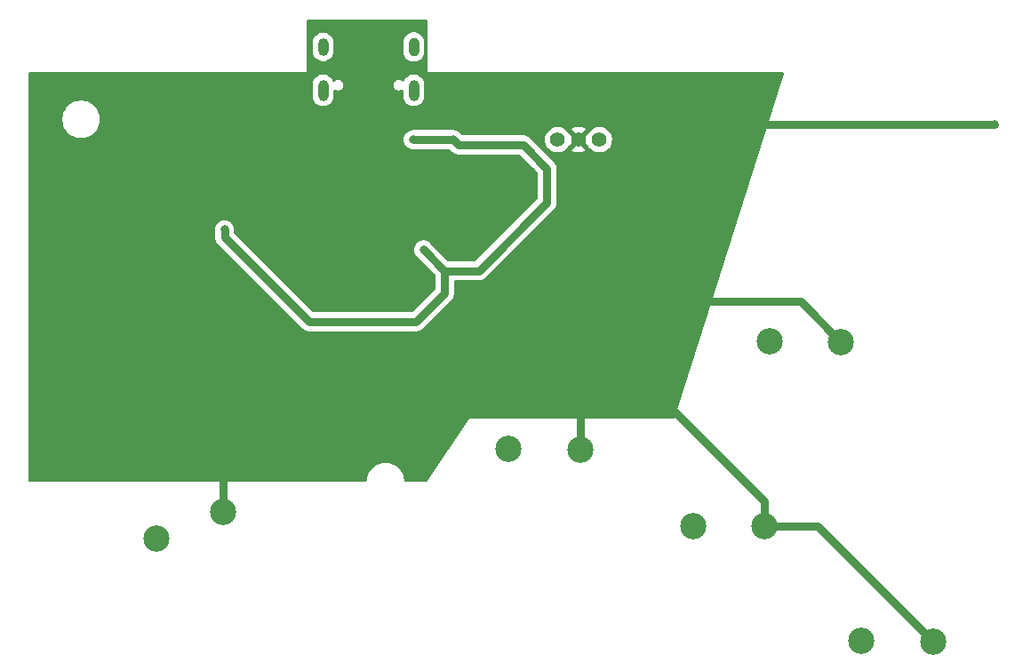
<source format=gbr>
%TF.GenerationSoftware,KiCad,Pcbnew,8.0.4*%
%TF.CreationDate,2024-07-23T17:45:02-07:00*%
%TF.ProjectId,2board_a,32626f61-7264-45f6-912e-6b696361645f,rev?*%
%TF.SameCoordinates,Original*%
%TF.FileFunction,Copper,L2,Bot*%
%TF.FilePolarity,Positive*%
%FSLAX46Y46*%
G04 Gerber Fmt 4.6, Leading zero omitted, Abs format (unit mm)*
G04 Created by KiCad (PCBNEW 8.0.4) date 2024-07-23 17:45:02*
%MOMM*%
%LPD*%
G01*
G04 APERTURE LIST*
%TA.AperFunction,ComponentPad*%
%ADD10C,0.600000*%
%TD*%
%TA.AperFunction,ComponentPad*%
%ADD11C,2.500000*%
%TD*%
%TA.AperFunction,ComponentPad*%
%ADD12O,1.000000X2.000000*%
%TD*%
%TA.AperFunction,ComponentPad*%
%ADD13O,1.000000X1.800000*%
%TD*%
%TA.AperFunction,ComponentPad*%
%ADD14O,1.000000X1.700000*%
%TD*%
%TA.AperFunction,ComponentPad*%
%ADD15C,1.400000*%
%TD*%
%TA.AperFunction,ViaPad*%
%ADD16C,0.800000*%
%TD*%
%TA.AperFunction,Conductor*%
%ADD17C,0.800000*%
%TD*%
G04 APERTURE END LIST*
D10*
%TO.P,,57,GND*%
%TO.N,GND*%
X140700000Y-36840000D03*
%TD*%
%TO.P,,57,GND*%
%TO.N,GND*%
X141716000Y-37856000D03*
%TD*%
%TO.P,,57,GND*%
%TO.N,GND*%
X140700000Y-35824000D03*
%TD*%
%TO.P,,57,GND*%
%TO.N,GND*%
X142732000Y-36840000D03*
%TD*%
D11*
%TO.P,SW8_DP1,1,1*%
%TO.N,L2*%
X113190000Y-69451696D03*
%TO.P,SW8_DP1,2,2*%
%TO.N,GND*%
X119540000Y-66911696D03*
%TD*%
D10*
%TO.P,,57,GND*%
%TO.N,GND*%
X142732000Y-35824000D03*
%TD*%
D11*
%TO.P,SW20_RIGHT1,1,1*%
%TO.N,RIGHT*%
X180355978Y-79195322D03*
%TO.P,SW20_RIGHT1,2,2*%
%TO.N,GND*%
X187194629Y-79278708D03*
%TD*%
%TO.P,SW19_LEFT1,1,1*%
%TO.N,LEFT*%
X146686902Y-60919565D03*
%TO.P,SW19_LEFT1,2,2*%
%TO.N,GND*%
X153525553Y-61002951D03*
%TD*%
D12*
%TO.P,J1,S1,SHIELD*%
%TO.N,Net-(J1-SHIELD)*%
X137700000Y-26745000D03*
D13*
X137700000Y-22605000D03*
D12*
X129060000Y-26745000D03*
D14*
X129060000Y-22605000D03*
%TD*%
D10*
%TO.P,,57,GND*%
%TO.N,GND*%
X142732000Y-37856000D03*
%TD*%
%TO.P,,57,GND*%
%TO.N,GND*%
X141716000Y-35824000D03*
%TD*%
%TO.P,,57,GND*%
%TO.N,GND*%
X141716000Y-36840000D03*
%TD*%
D11*
%TO.P,SW18_DOWN1,1,1*%
%TO.N,DOWN*%
X164286807Y-68209684D03*
%TO.P,SW18_DOWN1,2,2*%
%TO.N,GND*%
X171125458Y-68293070D03*
%TD*%
D15*
%TO.P,J2,1,Pin_1*%
%TO.N,/Main/SWCLK*%
X155380000Y-31430000D03*
%TO.P,J2,2,Pin_2*%
%TO.N,GND*%
X153380000Y-31430000D03*
%TO.P,J2,3,Pin_3*%
%TO.N,/Main/SWDIO*%
X151380000Y-31430000D03*
%TD*%
D11*
%TO.P,SW17_W1,1,1*%
%TO.N,W*%
X171576926Y-50609779D03*
%TO.P,SW17_W1,2,2*%
%TO.N,GND*%
X178415577Y-50693165D03*
%TD*%
D10*
%TO.P,,57,GND*%
%TO.N,GND*%
X140700000Y-37856000D03*
%TD*%
D16*
%TO.N,GND*%
X148880000Y-34430000D03*
X155813000Y-35189000D03*
X141630000Y-28930000D03*
X135880000Y-30930000D03*
X193000000Y-30000000D03*
X111880000Y-39930000D03*
X119745000Y-29220000D03*
X133778500Y-41602500D03*
X125968000Y-39761000D03*
X128880000Y-33930000D03*
X127873000Y-31252000D03*
X146380000Y-43430000D03*
X138668000Y-45222000D03*
X146669000Y-38364000D03*
%TO.N,+3.3V*%
X143880000Y-43930000D03*
X150380000Y-34180000D03*
X119672000Y-40015000D03*
X137630000Y-31430000D03*
X141480000Y-31430000D03*
X138630000Y-41930000D03*
%TD*%
D17*
%TO.N,GND*%
X119540000Y-63210000D02*
X119750000Y-63000000D01*
X153525553Y-61002951D02*
X153525553Y-54224447D01*
X119540000Y-66911696D02*
X119540000Y-63210000D01*
X193000000Y-30000000D02*
X170000000Y-30000000D01*
X153525553Y-54224447D02*
X153750000Y-54000000D01*
X178415577Y-50693165D02*
X174522412Y-46800000D01*
X187194629Y-79278708D02*
X176208991Y-68293070D01*
X171125458Y-68293070D02*
X171125458Y-65875458D01*
X171125458Y-65875458D02*
X159250000Y-54000000D01*
X174522412Y-46800000D02*
X165200000Y-46800000D01*
X176208991Y-68293070D02*
X171125458Y-68293070D01*
%TO.N,+3.3V*%
X119672000Y-40704000D02*
X127746000Y-48778000D01*
X150380000Y-34180000D02*
X150380000Y-37430000D01*
X140630000Y-43930000D02*
X138630000Y-41930000D01*
X143880000Y-43930000D02*
X140630000Y-43930000D01*
X119672000Y-40015000D02*
X119672000Y-40704000D01*
X127746000Y-48778000D02*
X137906000Y-48778000D01*
X141980000Y-31930000D02*
X148130000Y-31930000D01*
X137906000Y-48778000D02*
X140630000Y-46054000D01*
X141480000Y-31430000D02*
X141980000Y-31930000D01*
X150380000Y-37430000D02*
X143880000Y-43930000D01*
X141480000Y-31430000D02*
X137630000Y-31430000D01*
X148130000Y-31930000D02*
X150380000Y-34180000D01*
X140630000Y-46054000D02*
X140630000Y-43930000D01*
%TD*%
%TA.AperFunction,Conductor*%
%TO.N,GND*%
G36*
X138943039Y-20019685D02*
G01*
X138988794Y-20072489D01*
X139000000Y-20124000D01*
X139000000Y-25000000D01*
X172830420Y-25000000D01*
X172897459Y-25019685D01*
X172943214Y-25072489D01*
X172953158Y-25141647D01*
X172948583Y-25161594D01*
X165147750Y-49678499D01*
X162527492Y-57913597D01*
X162488407Y-57971512D01*
X162424216Y-57999103D01*
X162409329Y-58000000D01*
X143000000Y-58000000D01*
X139036811Y-63944783D01*
X138983246Y-63989644D01*
X138933637Y-64000000D01*
X136904288Y-64000000D01*
X136837249Y-63980315D01*
X136791494Y-63927511D01*
X136781351Y-63887281D01*
X136781030Y-63887324D01*
X136780667Y-63884569D01*
X136780554Y-63884120D01*
X136780500Y-63883299D01*
X136763973Y-63757763D01*
X136750035Y-63651896D01*
X136689626Y-63426449D01*
X136600308Y-63210815D01*
X136600306Y-63210812D01*
X136600304Y-63210807D01*
X136483612Y-63008692D01*
X136483608Y-63008685D01*
X136341523Y-62823516D01*
X136341518Y-62823510D01*
X136176489Y-62658481D01*
X136176482Y-62658475D01*
X135991323Y-62516398D01*
X135991321Y-62516396D01*
X135991315Y-62516392D01*
X135991310Y-62516389D01*
X135991307Y-62516387D01*
X135789192Y-62399695D01*
X135789181Y-62399690D01*
X135573555Y-62310375D01*
X135348100Y-62249964D01*
X135116709Y-62219501D01*
X135116706Y-62219500D01*
X135116700Y-62219500D01*
X134883300Y-62219500D01*
X134883294Y-62219500D01*
X134883290Y-62219501D01*
X134651899Y-62249964D01*
X134426444Y-62310375D01*
X134210818Y-62399690D01*
X134210807Y-62399695D01*
X134008692Y-62516387D01*
X134008676Y-62516398D01*
X133823517Y-62658475D01*
X133823510Y-62658481D01*
X133658481Y-62823510D01*
X133658475Y-62823517D01*
X133516398Y-63008676D01*
X133516387Y-63008692D01*
X133399695Y-63210807D01*
X133399690Y-63210818D01*
X133310375Y-63426444D01*
X133249964Y-63651899D01*
X133219499Y-63883299D01*
X133219446Y-63884120D01*
X133219361Y-63884350D01*
X133218970Y-63887324D01*
X133218304Y-63887236D01*
X133195414Y-63949727D01*
X133139727Y-63991925D01*
X133095712Y-64000000D01*
X101124000Y-64000000D01*
X101056961Y-63980315D01*
X101011206Y-63927511D01*
X101000000Y-63876000D01*
X101000000Y-40014999D01*
X118766540Y-40014999D01*
X118770821Y-40055731D01*
X118771500Y-40068692D01*
X118771500Y-40792696D01*
X118806103Y-40966658D01*
X118806105Y-40966666D01*
X118832132Y-41029500D01*
X118873987Y-41130548D01*
X118873989Y-41130551D01*
X118884208Y-41145844D01*
X118884210Y-41145847D01*
X118884212Y-41145849D01*
X118940795Y-41230532D01*
X118972537Y-41278038D01*
X118972538Y-41278039D01*
X127046536Y-49352035D01*
X127110299Y-49415798D01*
X127171966Y-49477465D01*
X127319446Y-49576009D01*
X127319459Y-49576016D01*
X127427874Y-49620922D01*
X127483334Y-49643894D01*
X127525935Y-49652368D01*
X127657305Y-49678500D01*
X127657308Y-49678500D01*
X137994693Y-49678500D01*
X137994694Y-49678499D01*
X138168666Y-49643895D01*
X138250606Y-49609953D01*
X138332547Y-49576013D01*
X138332549Y-49576011D01*
X138332552Y-49576010D01*
X138420955Y-49516939D01*
X138420955Y-49516938D01*
X138420959Y-49516936D01*
X138480036Y-49477464D01*
X141329464Y-46628035D01*
X141428013Y-46480547D01*
X141447895Y-46432547D01*
X141495895Y-46316666D01*
X141530500Y-46142692D01*
X141530500Y-45965308D01*
X141530500Y-44954500D01*
X141550185Y-44887461D01*
X141602989Y-44841706D01*
X141654500Y-44830500D01*
X143974645Y-44830500D01*
X143974646Y-44830500D01*
X144060699Y-44812208D01*
X144062134Y-44811912D01*
X144142666Y-44795895D01*
X144142671Y-44795893D01*
X144148495Y-44794127D01*
X144148628Y-44794568D01*
X144159319Y-44791247D01*
X144159509Y-44791206D01*
X144159803Y-44791144D01*
X144234057Y-44758082D01*
X144236955Y-44756837D01*
X144306547Y-44728013D01*
X144307633Y-44727287D01*
X144326095Y-44717104D01*
X144332730Y-44714151D01*
X144393039Y-44670333D01*
X144396966Y-44667595D01*
X144454036Y-44629464D01*
X144459735Y-44623763D01*
X144474533Y-44611124D01*
X144485871Y-44602888D01*
X144531265Y-44552471D01*
X144535697Y-44547801D01*
X151079464Y-38004036D01*
X151118936Y-37944959D01*
X151178013Y-37856547D01*
X151211953Y-37774606D01*
X151245895Y-37692666D01*
X151280500Y-37518692D01*
X151280500Y-37341308D01*
X151280500Y-34233692D01*
X151281179Y-34220731D01*
X151285460Y-34180000D01*
X151281179Y-34139266D01*
X151280500Y-34126306D01*
X151280500Y-34091309D01*
X151272360Y-34050393D01*
X151270656Y-34039156D01*
X151265674Y-33991744D01*
X151255095Y-33959189D01*
X151251412Y-33945075D01*
X151245895Y-33917334D01*
X151227350Y-33872563D01*
X151223986Y-33863442D01*
X151207180Y-33811718D01*
X151207179Y-33811716D01*
X151193426Y-33787896D01*
X151186257Y-33773359D01*
X151180341Y-33759075D01*
X151178695Y-33754474D01*
X151178013Y-33753453D01*
X151147368Y-33707591D01*
X151143088Y-33700708D01*
X151112531Y-33647781D01*
X151112530Y-33647780D01*
X151098637Y-33632350D01*
X151087684Y-33618268D01*
X151079464Y-33605965D01*
X151035724Y-33562225D01*
X151031255Y-33557516D01*
X150985872Y-33507113D01*
X150985871Y-33507112D01*
X150974525Y-33498869D01*
X150959734Y-33486235D01*
X150954035Y-33480536D01*
X148903500Y-31429999D01*
X150174357Y-31429999D01*
X150174357Y-31430000D01*
X150194884Y-31651535D01*
X150194885Y-31651537D01*
X150255769Y-31865523D01*
X150255775Y-31865538D01*
X150354938Y-32064683D01*
X150354943Y-32064691D01*
X150489020Y-32242238D01*
X150653437Y-32392123D01*
X150653439Y-32392125D01*
X150842595Y-32509245D01*
X150842596Y-32509245D01*
X150842599Y-32509247D01*
X151050060Y-32589618D01*
X151268757Y-32630500D01*
X151268759Y-32630500D01*
X151491241Y-32630500D01*
X151491243Y-32630500D01*
X151709940Y-32589618D01*
X151917401Y-32509247D01*
X152034280Y-32436879D01*
X152726672Y-32436879D01*
X152726672Y-32436880D01*
X152842821Y-32508797D01*
X152842822Y-32508798D01*
X153050195Y-32589134D01*
X153268807Y-32630000D01*
X153491193Y-32630000D01*
X153709809Y-32589133D01*
X153917168Y-32508801D01*
X153917181Y-32508795D01*
X154033326Y-32436879D01*
X153380001Y-31783553D01*
X153380000Y-31783553D01*
X152726672Y-32436879D01*
X152034280Y-32436879D01*
X152106562Y-32392124D01*
X152270981Y-32242236D01*
X152405058Y-32064689D01*
X152409232Y-32056305D01*
X152432553Y-32023892D01*
X153026447Y-31430000D01*
X152980369Y-31383922D01*
X153030000Y-31383922D01*
X153030000Y-31476078D01*
X153053852Y-31565095D01*
X153099930Y-31644905D01*
X153165095Y-31710070D01*
X153244905Y-31756148D01*
X153333922Y-31780000D01*
X153426078Y-31780000D01*
X153515095Y-31756148D01*
X153594905Y-31710070D01*
X153660070Y-31644905D01*
X153706148Y-31565095D01*
X153730000Y-31476078D01*
X153730000Y-31429999D01*
X153733553Y-31429999D01*
X153733553Y-31430000D01*
X154327447Y-32023894D01*
X154350765Y-32056301D01*
X154354942Y-32064689D01*
X154489020Y-32242238D01*
X154653437Y-32392123D01*
X154653439Y-32392125D01*
X154842595Y-32509245D01*
X154842596Y-32509245D01*
X154842599Y-32509247D01*
X155050060Y-32589618D01*
X155268757Y-32630500D01*
X155268759Y-32630500D01*
X155491241Y-32630500D01*
X155491243Y-32630500D01*
X155709940Y-32589618D01*
X155917401Y-32509247D01*
X156106562Y-32392124D01*
X156270981Y-32242236D01*
X156405058Y-32064689D01*
X156504229Y-31865528D01*
X156565115Y-31651536D01*
X156585643Y-31430000D01*
X156572593Y-31289171D01*
X156565115Y-31208464D01*
X156565114Y-31208462D01*
X156563341Y-31202231D01*
X156504229Y-30994472D01*
X156504224Y-30994461D01*
X156405061Y-30795316D01*
X156405056Y-30795308D01*
X156270979Y-30617761D01*
X156106562Y-30467876D01*
X156106560Y-30467874D01*
X155917404Y-30350754D01*
X155917398Y-30350752D01*
X155709940Y-30270382D01*
X155491243Y-30229500D01*
X155268757Y-30229500D01*
X155050060Y-30270382D01*
X154918864Y-30321207D01*
X154842601Y-30350752D01*
X154842595Y-30350754D01*
X154653439Y-30467874D01*
X154653437Y-30467876D01*
X154489019Y-30617762D01*
X154489017Y-30617765D01*
X154354943Y-30795309D01*
X154354940Y-30795313D01*
X154350763Y-30803702D01*
X154327448Y-30836103D01*
X153733553Y-31429999D01*
X153730000Y-31429999D01*
X153730000Y-31383922D01*
X153706148Y-31294905D01*
X153660070Y-31215095D01*
X153594905Y-31149930D01*
X153515095Y-31103852D01*
X153426078Y-31080000D01*
X153333922Y-31080000D01*
X153244905Y-31103852D01*
X153165095Y-31149930D01*
X153099930Y-31215095D01*
X153053852Y-31294905D01*
X153030000Y-31383922D01*
X152980369Y-31383922D01*
X152432553Y-30836106D01*
X152409233Y-30803695D01*
X152405060Y-30795315D01*
X152405056Y-30795308D01*
X152270979Y-30617761D01*
X152106562Y-30467876D01*
X152106560Y-30467874D01*
X152034278Y-30423119D01*
X152726671Y-30423119D01*
X153380000Y-31076447D01*
X153380001Y-31076447D01*
X154033327Y-30423119D01*
X153917178Y-30351202D01*
X153917177Y-30351201D01*
X153709804Y-30270865D01*
X153491193Y-30230000D01*
X153268807Y-30230000D01*
X153050195Y-30270865D01*
X152842824Y-30351200D01*
X152842823Y-30351201D01*
X152726671Y-30423119D01*
X152034278Y-30423119D01*
X151917404Y-30350754D01*
X151917398Y-30350752D01*
X151709940Y-30270382D01*
X151491243Y-30229500D01*
X151268757Y-30229500D01*
X151050060Y-30270382D01*
X150918864Y-30321207D01*
X150842601Y-30350752D01*
X150842595Y-30350754D01*
X150653439Y-30467874D01*
X150653437Y-30467876D01*
X150489020Y-30617761D01*
X150354943Y-30795308D01*
X150354938Y-30795316D01*
X150255775Y-30994461D01*
X150255769Y-30994476D01*
X150194885Y-31208462D01*
X150194884Y-31208464D01*
X150174357Y-31429999D01*
X148903500Y-31429999D01*
X148704041Y-31230540D01*
X148704038Y-31230537D01*
X148642808Y-31189625D01*
X148556544Y-31131985D01*
X148556542Y-31131984D01*
X148474607Y-31098046D01*
X148474606Y-31098046D01*
X148392666Y-31064105D01*
X148392658Y-31064103D01*
X148218696Y-31029500D01*
X148218692Y-31029500D01*
X148218691Y-31029500D01*
X142404362Y-31029500D01*
X142337323Y-31009815D01*
X142316681Y-30993181D01*
X142135716Y-30812216D01*
X142131246Y-30807506D01*
X142085875Y-30757115D01*
X142085871Y-30757112D01*
X142074531Y-30748873D01*
X142059738Y-30736238D01*
X142054036Y-30730536D01*
X142053687Y-30730303D01*
X141997021Y-30692439D01*
X141993028Y-30689656D01*
X141932732Y-30645850D01*
X141932728Y-30645848D01*
X141926092Y-30642893D01*
X141907643Y-30632719D01*
X141906551Y-30631989D01*
X141906546Y-30631986D01*
X141836993Y-30603177D01*
X141834010Y-30601895D01*
X141759806Y-30568857D01*
X141759804Y-30568856D01*
X141759803Y-30568856D01*
X141759294Y-30568747D01*
X141748632Y-30565437D01*
X141748500Y-30565874D01*
X141742667Y-30564105D01*
X141662222Y-30548103D01*
X141660633Y-30547776D01*
X141574650Y-30529500D01*
X141574646Y-30529500D01*
X141568691Y-30529500D01*
X137724646Y-30529500D01*
X137535354Y-30529500D01*
X137535350Y-30529500D01*
X137449334Y-30547783D01*
X137447745Y-30548110D01*
X137367336Y-30564105D01*
X137361514Y-30565871D01*
X137361382Y-30565437D01*
X137350720Y-30568744D01*
X137350200Y-30568854D01*
X137350199Y-30568854D01*
X137275969Y-30601904D01*
X137272986Y-30603185D01*
X137203457Y-30631984D01*
X137203450Y-30631988D01*
X137202346Y-30632726D01*
X137183911Y-30642892D01*
X137177272Y-30645848D01*
X137177264Y-30645853D01*
X137116976Y-30689653D01*
X137112986Y-30692434D01*
X137055968Y-30730533D01*
X137055958Y-30730542D01*
X137050253Y-30736246D01*
X137035472Y-30748870D01*
X137024129Y-30757111D01*
X137024126Y-30757114D01*
X136978742Y-30807517D01*
X136974277Y-30812222D01*
X136930539Y-30855961D01*
X136930532Y-30855969D01*
X136922310Y-30868275D01*
X136911362Y-30882350D01*
X136897472Y-30897776D01*
X136897467Y-30897784D01*
X136866914Y-30950703D01*
X136862630Y-30957591D01*
X136831988Y-31003450D01*
X136823741Y-31023360D01*
X136816569Y-31037902D01*
X136802824Y-31061710D01*
X136802821Y-31061715D01*
X136786010Y-31113451D01*
X136782643Y-31122578D01*
X136764106Y-31167333D01*
X136758589Y-31195066D01*
X136754905Y-31209183D01*
X136744325Y-31241747D01*
X136739340Y-31289171D01*
X136737638Y-31300396D01*
X136729500Y-31341310D01*
X136729500Y-31376306D01*
X136728821Y-31389266D01*
X136724540Y-31429999D01*
X136728821Y-31470731D01*
X136729500Y-31483692D01*
X136729500Y-31518695D01*
X136737637Y-31559602D01*
X136739341Y-31570831D01*
X136744325Y-31618253D01*
X136744325Y-31618254D01*
X136754904Y-31650811D01*
X136758590Y-31664938D01*
X136764104Y-31692662D01*
X136764105Y-31692664D01*
X136782644Y-31737423D01*
X136786012Y-31746554D01*
X136802819Y-31798279D01*
X136802822Y-31798286D01*
X136816569Y-31822097D01*
X136823742Y-31836643D01*
X136831984Y-31856542D01*
X136862634Y-31902413D01*
X136866919Y-31909304D01*
X136897468Y-31962218D01*
X136897469Y-31962219D01*
X136911357Y-31977643D01*
X136922307Y-31991721D01*
X136930534Y-32004033D01*
X136974274Y-32047773D01*
X136978744Y-32052483D01*
X137024129Y-32102888D01*
X137024131Y-32102890D01*
X137035467Y-32111126D01*
X137050263Y-32123763D01*
X137055961Y-32129461D01*
X137055965Y-32129464D01*
X137112994Y-32167570D01*
X137116967Y-32170339D01*
X137177270Y-32214151D01*
X137183902Y-32217104D01*
X137202361Y-32227283D01*
X137203453Y-32228013D01*
X137273042Y-32256836D01*
X137275987Y-32258102D01*
X137350197Y-32291144D01*
X137350696Y-32291250D01*
X137361370Y-32294562D01*
X137361503Y-32294125D01*
X137367330Y-32295892D01*
X137367334Y-32295894D01*
X137447816Y-32311902D01*
X137449282Y-32312204D01*
X137535354Y-32330500D01*
X137541309Y-32330500D01*
X141055639Y-32330500D01*
X141122678Y-32350185D01*
X141143320Y-32366819D01*
X141280536Y-32504035D01*
X141405965Y-32629464D01*
X141553453Y-32728013D01*
X141601452Y-32747895D01*
X141717334Y-32795895D01*
X141891303Y-32830499D01*
X141891307Y-32830500D01*
X141891308Y-32830500D01*
X141891309Y-32830500D01*
X147705638Y-32830500D01*
X147772677Y-32850185D01*
X147793319Y-32866819D01*
X149443181Y-34516680D01*
X149476666Y-34578003D01*
X149479500Y-34604361D01*
X149479500Y-37005638D01*
X149459815Y-37072677D01*
X149443181Y-37093319D01*
X143543319Y-42993181D01*
X143481996Y-43026666D01*
X143455638Y-43029500D01*
X141054362Y-43029500D01*
X140987323Y-43009815D01*
X140966681Y-42993181D01*
X139285715Y-41312215D01*
X139281245Y-41307505D01*
X139235875Y-41257115D01*
X139235871Y-41257112D01*
X139224531Y-41248873D01*
X139209738Y-41236238D01*
X139204036Y-41230536D01*
X139204032Y-41230533D01*
X139204031Y-41230532D01*
X139147021Y-41192439D01*
X139143028Y-41189657D01*
X139119977Y-41172910D01*
X139082730Y-41145849D01*
X139076081Y-41142888D01*
X139057636Y-41132716D01*
X139057022Y-41132305D01*
X139056546Y-41131987D01*
X139020459Y-41117039D01*
X138986984Y-41103173D01*
X138984039Y-41101907D01*
X138909804Y-41068856D01*
X138909618Y-41068816D01*
X138909294Y-41068747D01*
X138898632Y-41065437D01*
X138898500Y-41065874D01*
X138892667Y-41064105D01*
X138812222Y-41048103D01*
X138810633Y-41047776D01*
X138724650Y-41029500D01*
X138724646Y-41029500D01*
X138535354Y-41029500D01*
X138449306Y-41047789D01*
X138447717Y-41048115D01*
X138367333Y-41064104D01*
X138361508Y-41065871D01*
X138361378Y-41065443D01*
X138350726Y-41068743D01*
X138350202Y-41068854D01*
X138350198Y-41068855D01*
X138275971Y-41101902D01*
X138272994Y-41103181D01*
X138203453Y-41131988D01*
X138203450Y-41131989D01*
X138202342Y-41132730D01*
X138183921Y-41142886D01*
X138177279Y-41145843D01*
X138177273Y-41145847D01*
X138116993Y-41189641D01*
X138113004Y-41192421D01*
X138055967Y-41230533D01*
X138055955Y-41230543D01*
X138050251Y-41236247D01*
X138035468Y-41248872D01*
X138024136Y-41257105D01*
X138024126Y-41257114D01*
X137978751Y-41307507D01*
X137974286Y-41312212D01*
X137930539Y-41355960D01*
X137930532Y-41355968D01*
X137922308Y-41368277D01*
X137911361Y-41382352D01*
X137897468Y-41397782D01*
X137897467Y-41397783D01*
X137866907Y-41450713D01*
X137862626Y-41457597D01*
X137831987Y-41503454D01*
X137823742Y-41523357D01*
X137816575Y-41537890D01*
X137802820Y-41561716D01*
X137802818Y-41561721D01*
X137786010Y-41613449D01*
X137782642Y-41622580D01*
X137764105Y-41667333D01*
X137764103Y-41667341D01*
X137758588Y-41695067D01*
X137754902Y-41709193D01*
X137744326Y-41741743D01*
X137744325Y-41741746D01*
X137739341Y-41789160D01*
X137737639Y-41800384D01*
X137729500Y-41841307D01*
X137729500Y-41876306D01*
X137728821Y-41889266D01*
X137724540Y-41929999D01*
X137728821Y-41970731D01*
X137729500Y-41983692D01*
X137729500Y-42018692D01*
X137737639Y-42059614D01*
X137739341Y-42070839D01*
X137744325Y-42118249D01*
X137744326Y-42118256D01*
X137754903Y-42150807D01*
X137758587Y-42164927D01*
X137764105Y-42192665D01*
X137764106Y-42192670D01*
X137782641Y-42237417D01*
X137786011Y-42246550D01*
X137802820Y-42298282D01*
X137816571Y-42322100D01*
X137823743Y-42336644D01*
X137831986Y-42356544D01*
X137831988Y-42356547D01*
X137862626Y-42402402D01*
X137866910Y-42409290D01*
X137897467Y-42462216D01*
X137911355Y-42477640D01*
X137922307Y-42491721D01*
X137930535Y-42504035D01*
X137974283Y-42547783D01*
X137978752Y-42552492D01*
X138024129Y-42602888D01*
X138035467Y-42611125D01*
X138050261Y-42623761D01*
X139693181Y-44266681D01*
X139726666Y-44328004D01*
X139729500Y-44354362D01*
X139729500Y-45629638D01*
X139709815Y-45696677D01*
X139693181Y-45717319D01*
X137569319Y-47841181D01*
X137507996Y-47874666D01*
X137481638Y-47877500D01*
X128170361Y-47877500D01*
X128103322Y-47857815D01*
X128082680Y-47841181D01*
X120608819Y-40367319D01*
X120575334Y-40305996D01*
X120572500Y-40279638D01*
X120572500Y-40068692D01*
X120573179Y-40055731D01*
X120577460Y-40015000D01*
X120573179Y-39974266D01*
X120572500Y-39961306D01*
X120572500Y-39926309D01*
X120564360Y-39885393D01*
X120562656Y-39874156D01*
X120557674Y-39826744D01*
X120547094Y-39794183D01*
X120543409Y-39780059D01*
X120537895Y-39752339D01*
X120537894Y-39752338D01*
X120537894Y-39752334D01*
X120519352Y-39707569D01*
X120515990Y-39698455D01*
X120499181Y-39646720D01*
X120499178Y-39646715D01*
X120485424Y-39622892D01*
X120478256Y-39608355D01*
X120470014Y-39588456D01*
X120470013Y-39588454D01*
X120470013Y-39588453D01*
X120439359Y-39542577D01*
X120435088Y-39535708D01*
X120404534Y-39482785D01*
X120404530Y-39482780D01*
X120390637Y-39467350D01*
X120379684Y-39453268D01*
X120371464Y-39440965D01*
X120327721Y-39397222D01*
X120323255Y-39392516D01*
X120277871Y-39342112D01*
X120277870Y-39342111D01*
X120266527Y-39333870D01*
X120251737Y-39321238D01*
X120246035Y-39315536D01*
X120189008Y-39277431D01*
X120185016Y-39274649D01*
X120124730Y-39230849D01*
X120118092Y-39227893D01*
X120099643Y-39217719D01*
X120098551Y-39216989D01*
X120098546Y-39216986D01*
X120028993Y-39188177D01*
X120026010Y-39186895D01*
X119951806Y-39153856D01*
X119951797Y-39153853D01*
X119951285Y-39153745D01*
X119940626Y-39150438D01*
X119940494Y-39150874D01*
X119934667Y-39149106D01*
X119934666Y-39149106D01*
X119934663Y-39149105D01*
X119934662Y-39149105D01*
X119854268Y-39133113D01*
X119852715Y-39132794D01*
X119766646Y-39114500D01*
X119577354Y-39114500D01*
X119577350Y-39114500D01*
X119491334Y-39132783D01*
X119489745Y-39133110D01*
X119409336Y-39149105D01*
X119403514Y-39150871D01*
X119403382Y-39150437D01*
X119392720Y-39153744D01*
X119392200Y-39153854D01*
X119392199Y-39153854D01*
X119317969Y-39186904D01*
X119314986Y-39188185D01*
X119245457Y-39216984D01*
X119245450Y-39216988D01*
X119244346Y-39217726D01*
X119225911Y-39227892D01*
X119219272Y-39230848D01*
X119219264Y-39230853D01*
X119158976Y-39274653D01*
X119154986Y-39277434D01*
X119097968Y-39315533D01*
X119097958Y-39315542D01*
X119092253Y-39321246D01*
X119077472Y-39333870D01*
X119066129Y-39342111D01*
X119066126Y-39342114D01*
X119020742Y-39392517D01*
X119016277Y-39397222D01*
X118972539Y-39440961D01*
X118972532Y-39440969D01*
X118964310Y-39453275D01*
X118953362Y-39467350D01*
X118939472Y-39482776D01*
X118939467Y-39482784D01*
X118908914Y-39535703D01*
X118904630Y-39542591D01*
X118873988Y-39588450D01*
X118865741Y-39608360D01*
X118858569Y-39622902D01*
X118844824Y-39646710D01*
X118844821Y-39646715D01*
X118828010Y-39698451D01*
X118824643Y-39707578D01*
X118806106Y-39752333D01*
X118800589Y-39780066D01*
X118796905Y-39794183D01*
X118786325Y-39826747D01*
X118781340Y-39874171D01*
X118779638Y-39885396D01*
X118771500Y-39926310D01*
X118771500Y-39961306D01*
X118770821Y-39974266D01*
X118766540Y-40014999D01*
X101000000Y-40014999D01*
X101000000Y-29383306D01*
X104219500Y-29383306D01*
X104219500Y-29616693D01*
X104219501Y-29616709D01*
X104249964Y-29848100D01*
X104310375Y-30073555D01*
X104399690Y-30289181D01*
X104399695Y-30289192D01*
X104516387Y-30491307D01*
X104516398Y-30491323D01*
X104658475Y-30676482D01*
X104658481Y-30676489D01*
X104823510Y-30841518D01*
X104823516Y-30841523D01*
X105008685Y-30983608D01*
X105008692Y-30983612D01*
X105210807Y-31100304D01*
X105210812Y-31100306D01*
X105210815Y-31100308D01*
X105426449Y-31189626D01*
X105651896Y-31250035D01*
X105883300Y-31280500D01*
X105883307Y-31280500D01*
X106116693Y-31280500D01*
X106116700Y-31280500D01*
X106348104Y-31250035D01*
X106573551Y-31189626D01*
X106789185Y-31100308D01*
X106991315Y-30983608D01*
X107176484Y-30841523D01*
X107341523Y-30676484D01*
X107483608Y-30491315D01*
X107600308Y-30289185D01*
X107689626Y-30073551D01*
X107750035Y-29848104D01*
X107780500Y-29616700D01*
X107780500Y-29383300D01*
X107750035Y-29151896D01*
X107689626Y-28926449D01*
X107600308Y-28710815D01*
X107600306Y-28710812D01*
X107600304Y-28710807D01*
X107483612Y-28508692D01*
X107483608Y-28508685D01*
X107341523Y-28323516D01*
X107341518Y-28323510D01*
X107176489Y-28158481D01*
X107176482Y-28158475D01*
X106991323Y-28016398D01*
X106991321Y-28016396D01*
X106991315Y-28016392D01*
X106991310Y-28016389D01*
X106991307Y-28016387D01*
X106789192Y-27899695D01*
X106789181Y-27899690D01*
X106573555Y-27810375D01*
X106348100Y-27749964D01*
X106116709Y-27719501D01*
X106116706Y-27719500D01*
X106116700Y-27719500D01*
X105883300Y-27719500D01*
X105883294Y-27719500D01*
X105883290Y-27719501D01*
X105651899Y-27749964D01*
X105426444Y-27810375D01*
X105210818Y-27899690D01*
X105210807Y-27899695D01*
X105008692Y-28016387D01*
X105008676Y-28016398D01*
X104823517Y-28158475D01*
X104823510Y-28158481D01*
X104658481Y-28323510D01*
X104658475Y-28323517D01*
X104516398Y-28508676D01*
X104516387Y-28508692D01*
X104399695Y-28710807D01*
X104399690Y-28710818D01*
X104310375Y-28926444D01*
X104249964Y-29151899D01*
X104219501Y-29383290D01*
X104219500Y-29383306D01*
X101000000Y-29383306D01*
X101000000Y-27343543D01*
X128059499Y-27343543D01*
X128097947Y-27536829D01*
X128097950Y-27536839D01*
X128173364Y-27718907D01*
X128173371Y-27718920D01*
X128282860Y-27882781D01*
X128282863Y-27882785D01*
X128422214Y-28022136D01*
X128422218Y-28022139D01*
X128586079Y-28131628D01*
X128586092Y-28131635D01*
X128768160Y-28207049D01*
X128768165Y-28207051D01*
X128768169Y-28207051D01*
X128768170Y-28207052D01*
X128961456Y-28245500D01*
X128961459Y-28245500D01*
X129158543Y-28245500D01*
X129288582Y-28219632D01*
X129351835Y-28207051D01*
X129533914Y-28131632D01*
X129697782Y-28022139D01*
X129837139Y-27882782D01*
X129946632Y-27718914D01*
X130022051Y-27536835D01*
X130060500Y-27343541D01*
X130060500Y-26792616D01*
X130080185Y-26725577D01*
X130132989Y-26679822D01*
X130202147Y-26669878D01*
X130246495Y-26685227D01*
X130299884Y-26716051D01*
X130428450Y-26750500D01*
X130428452Y-26750500D01*
X130561548Y-26750500D01*
X130561550Y-26750500D01*
X130690116Y-26716051D01*
X130805384Y-26649501D01*
X130899501Y-26555384D01*
X130966051Y-26440116D01*
X131000500Y-26311550D01*
X131000500Y-26178450D01*
X135759500Y-26178450D01*
X135759500Y-26311550D01*
X135793949Y-26440116D01*
X135860499Y-26555384D01*
X135954616Y-26649501D01*
X136069884Y-26716051D01*
X136198450Y-26750500D01*
X136198452Y-26750500D01*
X136331548Y-26750500D01*
X136331550Y-26750500D01*
X136460116Y-26716051D01*
X136513502Y-26685228D01*
X136581399Y-26668756D01*
X136647426Y-26691608D01*
X136690617Y-26746529D01*
X136699500Y-26792616D01*
X136699500Y-27343541D01*
X136699500Y-27343543D01*
X136699499Y-27343543D01*
X136737947Y-27536829D01*
X136737950Y-27536839D01*
X136813364Y-27718907D01*
X136813371Y-27718920D01*
X136922860Y-27882781D01*
X136922863Y-27882785D01*
X137062214Y-28022136D01*
X137062218Y-28022139D01*
X137226079Y-28131628D01*
X137226092Y-28131635D01*
X137408160Y-28207049D01*
X137408165Y-28207051D01*
X137408169Y-28207051D01*
X137408170Y-28207052D01*
X137601456Y-28245500D01*
X137601459Y-28245500D01*
X137798543Y-28245500D01*
X137928582Y-28219632D01*
X137991835Y-28207051D01*
X138173914Y-28131632D01*
X138337782Y-28022139D01*
X138477139Y-27882782D01*
X138586632Y-27718914D01*
X138662051Y-27536835D01*
X138700500Y-27343541D01*
X138700500Y-26146459D01*
X138700500Y-26146456D01*
X138662052Y-25953170D01*
X138662051Y-25953169D01*
X138662051Y-25953165D01*
X138637322Y-25893464D01*
X138586635Y-25771092D01*
X138586628Y-25771079D01*
X138477139Y-25607218D01*
X138477136Y-25607214D01*
X138337785Y-25467863D01*
X138337781Y-25467860D01*
X138173920Y-25358371D01*
X138173907Y-25358364D01*
X137991839Y-25282950D01*
X137991829Y-25282947D01*
X137798543Y-25244500D01*
X137798541Y-25244500D01*
X137601459Y-25244500D01*
X137601457Y-25244500D01*
X137408170Y-25282947D01*
X137408160Y-25282950D01*
X137226092Y-25358364D01*
X137226079Y-25358371D01*
X137062218Y-25467860D01*
X137062214Y-25467863D01*
X136922863Y-25607214D01*
X136922860Y-25607218D01*
X136813371Y-25771079D01*
X136813366Y-25771089D01*
X136794351Y-25816996D01*
X136750510Y-25871399D01*
X136684215Y-25893464D01*
X136616516Y-25876184D01*
X136592109Y-25857224D01*
X136575386Y-25840501D01*
X136575384Y-25840499D01*
X136460116Y-25773949D01*
X136331550Y-25739500D01*
X136198450Y-25739500D01*
X136069884Y-25773949D01*
X136069881Y-25773950D01*
X135954619Y-25840497D01*
X135954613Y-25840501D01*
X135860501Y-25934613D01*
X135860497Y-25934619D01*
X135793950Y-26049881D01*
X135793949Y-26049884D01*
X135759500Y-26178450D01*
X131000500Y-26178450D01*
X130966051Y-26049884D01*
X130899501Y-25934616D01*
X130805384Y-25840499D01*
X130690116Y-25773949D01*
X130561550Y-25739500D01*
X130428450Y-25739500D01*
X130299884Y-25773949D01*
X130299881Y-25773950D01*
X130184619Y-25840497D01*
X130184612Y-25840502D01*
X130167888Y-25857226D01*
X130106564Y-25890710D01*
X130036873Y-25885724D01*
X129980940Y-25843851D01*
X129965648Y-25816996D01*
X129946632Y-25771086D01*
X129946628Y-25771079D01*
X129837139Y-25607218D01*
X129837136Y-25607214D01*
X129697785Y-25467863D01*
X129697781Y-25467860D01*
X129533920Y-25358371D01*
X129533907Y-25358364D01*
X129351839Y-25282950D01*
X129351829Y-25282947D01*
X129158543Y-25244500D01*
X129158541Y-25244500D01*
X128961459Y-25244500D01*
X128961457Y-25244500D01*
X128768170Y-25282947D01*
X128768160Y-25282950D01*
X128586092Y-25358364D01*
X128586079Y-25358371D01*
X128422218Y-25467860D01*
X128422214Y-25467863D01*
X128282863Y-25607214D01*
X128282860Y-25607218D01*
X128173371Y-25771079D01*
X128173364Y-25771092D01*
X128097950Y-25953160D01*
X128097947Y-25953170D01*
X128059500Y-26146456D01*
X128059500Y-26146459D01*
X128059500Y-27343541D01*
X128059500Y-27343543D01*
X128059499Y-27343543D01*
X101000000Y-27343543D01*
X101000000Y-25124000D01*
X101019685Y-25056961D01*
X101072489Y-25011206D01*
X101124000Y-25000000D01*
X127500000Y-25000000D01*
X127500000Y-23053543D01*
X128059499Y-23053543D01*
X128097947Y-23246829D01*
X128097950Y-23246839D01*
X128173364Y-23428907D01*
X128173371Y-23428920D01*
X128282860Y-23592781D01*
X128282863Y-23592785D01*
X128422214Y-23732136D01*
X128422218Y-23732139D01*
X128586079Y-23841628D01*
X128586092Y-23841635D01*
X128768160Y-23917049D01*
X128768165Y-23917051D01*
X128768169Y-23917051D01*
X128768170Y-23917052D01*
X128961456Y-23955500D01*
X128961459Y-23955500D01*
X129158543Y-23955500D01*
X129288582Y-23929632D01*
X129351835Y-23917051D01*
X129533914Y-23841632D01*
X129697782Y-23732139D01*
X129837139Y-23592782D01*
X129946632Y-23428914D01*
X130022051Y-23246835D01*
X130050554Y-23103543D01*
X136699499Y-23103543D01*
X136737947Y-23296829D01*
X136737950Y-23296839D01*
X136813364Y-23478907D01*
X136813371Y-23478920D01*
X136922860Y-23642781D01*
X136922863Y-23642785D01*
X137062214Y-23782136D01*
X137062218Y-23782139D01*
X137226079Y-23891628D01*
X137226092Y-23891635D01*
X137380278Y-23955500D01*
X137408165Y-23967051D01*
X137408169Y-23967051D01*
X137408170Y-23967052D01*
X137601456Y-24005500D01*
X137601459Y-24005500D01*
X137798543Y-24005500D01*
X137928582Y-23979632D01*
X137991835Y-23967051D01*
X138173914Y-23891632D01*
X138337782Y-23782139D01*
X138477139Y-23642782D01*
X138586632Y-23478914D01*
X138662051Y-23296835D01*
X138700500Y-23103541D01*
X138700500Y-22106459D01*
X138700500Y-22106456D01*
X138662052Y-21913170D01*
X138662051Y-21913169D01*
X138662051Y-21913165D01*
X138607340Y-21781079D01*
X138586635Y-21731092D01*
X138586628Y-21731079D01*
X138477139Y-21567218D01*
X138477136Y-21567214D01*
X138337785Y-21427863D01*
X138337781Y-21427860D01*
X138173920Y-21318371D01*
X138173907Y-21318364D01*
X137991839Y-21242950D01*
X137991829Y-21242947D01*
X137798543Y-21204500D01*
X137798541Y-21204500D01*
X137601459Y-21204500D01*
X137601457Y-21204500D01*
X137408170Y-21242947D01*
X137408160Y-21242950D01*
X137226092Y-21318364D01*
X137226079Y-21318371D01*
X137062218Y-21427860D01*
X137062214Y-21427863D01*
X136922863Y-21567214D01*
X136922860Y-21567218D01*
X136813371Y-21731079D01*
X136813364Y-21731092D01*
X136737950Y-21913160D01*
X136737947Y-21913170D01*
X136699500Y-22106456D01*
X136699500Y-22106459D01*
X136699500Y-23103541D01*
X136699500Y-23103543D01*
X136699499Y-23103543D01*
X130050554Y-23103543D01*
X130060500Y-23053543D01*
X130060500Y-22156456D01*
X130022052Y-21963170D01*
X130022051Y-21963169D01*
X130022051Y-21963165D01*
X130001343Y-21913170D01*
X129946635Y-21781092D01*
X129946628Y-21781079D01*
X129837139Y-21617218D01*
X129837136Y-21617214D01*
X129697785Y-21477863D01*
X129697781Y-21477860D01*
X129533920Y-21368371D01*
X129533907Y-21368364D01*
X129351839Y-21292950D01*
X129351829Y-21292947D01*
X129158543Y-21254500D01*
X129158541Y-21254500D01*
X128961459Y-21254500D01*
X128961457Y-21254500D01*
X128768170Y-21292947D01*
X128768160Y-21292950D01*
X128586092Y-21368364D01*
X128586079Y-21368371D01*
X128422218Y-21477860D01*
X128422214Y-21477863D01*
X128282863Y-21617214D01*
X128282860Y-21617218D01*
X128173371Y-21781079D01*
X128173364Y-21781092D01*
X128097950Y-21963160D01*
X128097947Y-21963170D01*
X128059500Y-22156456D01*
X128059500Y-22156459D01*
X128059500Y-23053541D01*
X128059500Y-23053543D01*
X128059499Y-23053543D01*
X127500000Y-23053543D01*
X127500000Y-20124000D01*
X127519685Y-20056961D01*
X127572489Y-20011206D01*
X127624000Y-20000000D01*
X138876000Y-20000000D01*
X138943039Y-20019685D01*
G37*
%TD.AperFunction*%
%TD*%
M02*

</source>
